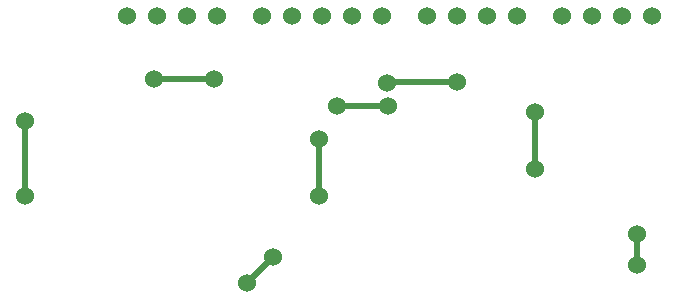
<source format=gbr>
G04 #@! TF.GenerationSoftware,KiCad,Pcbnew,(5.0.0-rc2-39-ga12b9db58)*
G04 #@! TF.CreationDate,2018-05-30T03:55:21-03:00*
G04 #@! TF.ProjectId,Signal,5369676E616C2E6B696361645F706362,rev?*
G04 #@! TF.SameCoordinates,Original*
G04 #@! TF.FileFunction,Copper,L1,Top,Signal*
G04 #@! TF.FilePolarity,Positive*
%FSLAX46Y46*%
G04 Gerber Fmt 4.6, Leading zero omitted, Abs format (unit mm)*
G04 Created by KiCad (PCBNEW (5.0.0-rc2-39-ga12b9db58)) date Wed May 30 03:55:21 2018*
%MOMM*%
%LPD*%
G01*
G04 APERTURE LIST*
G04 #@! TA.AperFunction,ComponentPad*
%ADD10C,1.524000*%
G04 #@! TD*
G04 #@! TA.AperFunction,ViaPad*
%ADD11C,1.524000*%
G04 #@! TD*
G04 #@! TA.AperFunction,Conductor*
%ADD12C,0.508000*%
G04 #@! TD*
G04 APERTURE END LIST*
D10*
G04 #@! TO.P,U1,16*
G04 #@! TO.N,GNDA*
X71628000Y-20320000D03*
G04 #@! TO.P,U1,15*
G04 #@! TO.N,PWM*
X69088000Y-20320000D03*
G04 #@! TO.P,U1,14*
G04 #@! TO.N,BatOVInterrupt*
X66548000Y-20320000D03*
G04 #@! TO.P,U1,13*
G04 #@! TO.N,Vbat*
X62738000Y-20320000D03*
G04 #@! TO.P,U1,12*
G04 #@! TO.N,GNDA*
X60198000Y-20320000D03*
G04 #@! TO.P,U1,11*
X57658000Y-20320000D03*
G04 #@! TO.P,U1,10*
G04 #@! TO.N,Vbat_SIG_IN*
X55118000Y-20320000D03*
G04 #@! TO.P,U1,9*
G04 #@! TO.N,Ipanel*
X51308000Y-20320000D03*
G04 #@! TO.P,U1,8*
G04 #@! TO.N,GNDA*
X48768000Y-20320000D03*
G04 #@! TO.P,U1,7*
G04 #@! TO.N,Ipanel_Ref*
X46228000Y-20320000D03*
G04 #@! TO.P,U1,6*
G04 #@! TO.N,Ipanel_SIG*
X43688000Y-20320000D03*
G04 #@! TO.P,U1,5*
G04 #@! TO.N,GNDA*
X41148000Y-20320000D03*
G04 #@! TO.P,U1,4*
G04 #@! TO.N,Vpanel*
X37338000Y-20320000D03*
G04 #@! TO.P,U1,3*
G04 #@! TO.N,GNDA*
X34798000Y-20320000D03*
G04 #@! TO.P,U1,2*
G04 #@! TO.N,Vpanel_SIG*
X32258000Y-20320000D03*
G04 #@! TO.P,U1,1*
G04 #@! TO.N,Vpanel_Ref*
X29718000Y-20320000D03*
G04 #@! TO.P,U1,17*
G04 #@! TO.N,+5VA*
X74168000Y-20320000D03*
G04 #@! TD*
D11*
G04 #@! TO.N,GNDA*
X72898000Y-41441601D03*
X72898000Y-38800001D03*
X64262000Y-28448000D03*
X64262000Y-33274000D03*
X42081947Y-40722053D03*
X39878000Y-42925992D03*
G04 #@! TO.N,Ipanel_SIG*
X45974014Y-30734000D03*
X45974000Y-35560000D03*
G04 #@! TO.N,+5VA*
X51816000Y-27940000D03*
X47498008Y-27940000D03*
X57658000Y-25908000D03*
X32004000Y-25654000D03*
X37084002Y-25654000D03*
X51704309Y-26019705D03*
G04 #@! TO.N,Net-(R30-Pad1)*
X21082000Y-35560000D03*
X21082000Y-29210000D03*
G04 #@! TD*
D12*
G04 #@! TO.N,GNDA*
X72898000Y-41441601D02*
X72898000Y-38800001D01*
X64262000Y-33274000D02*
X64262000Y-28448000D01*
X39878008Y-42925992D02*
X39878000Y-42925992D01*
X42081947Y-40722053D02*
X39878008Y-42925992D01*
G04 #@! TO.N,Ipanel_SIG*
X45974014Y-30734000D02*
X45974014Y-35559986D01*
X45974014Y-35559986D02*
X45974000Y-35560000D01*
G04 #@! TO.N,+5VA*
X51816000Y-27940000D02*
X47498008Y-27940000D01*
X32004000Y-25654000D02*
X37084002Y-25654000D01*
X57658000Y-25908000D02*
X51816014Y-25908000D01*
X51816014Y-25908000D02*
X51704309Y-26019705D01*
G04 #@! TO.N,Net-(R30-Pad1)*
X21082000Y-35560000D02*
X21082000Y-30226000D01*
X21082000Y-30226000D02*
X21082000Y-29210000D01*
G04 #@! TD*
M02*

</source>
